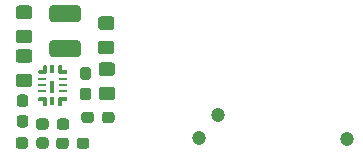
<source format=gbr>
G04 #@! TF.GenerationSoftware,KiCad,Pcbnew,(5.1.9)-1*
G04 #@! TF.CreationDate,2021-08-28T05:16:06+03:00*
G04 #@! TF.ProjectId,BANO3,42414e4f-332e-46b6-9963-61645f706362,0000*
G04 #@! TF.SameCoordinates,Original*
G04 #@! TF.FileFunction,Paste,Top*
G04 #@! TF.FilePolarity,Positive*
%FSLAX46Y46*%
G04 Gerber Fmt 4.6, Leading zero omitted, Abs format (unit mm)*
G04 Created by KiCad (PCBNEW (5.1.9)-1) date 2021-08-28 05:16:06*
%MOMM*%
%LPD*%
G01*
G04 APERTURE LIST*
%ADD10C,0.100000*%
%ADD11R,0.449999X1.100000*%
%ADD12R,0.349999X0.650001*%
%ADD13C,0.244109*%
%ADD14R,0.650001X0.249999*%
%ADD15C,1.200000*%
G04 APERTURE END LIST*
D10*
G36*
X1020006969Y-999230244D02*
G01*
X1020056967Y-999180244D01*
X1020381967Y-999180244D01*
X1020431967Y-999130245D01*
X1020431970Y-998805246D01*
X1020481967Y-998755244D01*
X1020631969Y-998755244D01*
X1020681969Y-998805244D01*
X1020681969Y-999380244D01*
X1020631969Y-999430244D01*
X1020056969Y-999430244D01*
X1020006969Y-999380257D01*
X1020006969Y-999230244D01*
G37*
X1020006969Y-999230244D02*
X1020056967Y-999180244D01*
X1020381967Y-999180244D01*
X1020431967Y-999130245D01*
X1020431970Y-998805246D01*
X1020481967Y-998755244D01*
X1020631969Y-998755244D01*
X1020681969Y-998805244D01*
X1020681969Y-999380244D01*
X1020631969Y-999430244D01*
X1020056969Y-999430244D01*
X1020006969Y-999380257D01*
X1020006969Y-999230244D01*
G36*
X1022407000Y-1001530235D02*
G01*
X1022406998Y-1001680234D01*
X1022357000Y-1001730234D01*
X1022032000Y-1001730234D01*
X1021982000Y-1001780234D01*
X1021982000Y-1002105235D01*
X1021932000Y-1002155235D01*
X1021782000Y-1002155235D01*
X1021732000Y-1002105235D01*
X1021732000Y-1001530235D01*
X1021782000Y-1001480235D01*
X1022357000Y-1001480235D01*
X1022407000Y-1001530225D01*
X1022407000Y-1001530235D01*
G37*
X1022407000Y-1001530235D02*
X1022406998Y-1001680234D01*
X1022357000Y-1001730234D01*
X1022032000Y-1001730234D01*
X1021982000Y-1001780234D01*
X1021982000Y-1002105235D01*
X1021932000Y-1002155235D01*
X1021782000Y-1002155235D01*
X1021732000Y-1002105235D01*
X1021732000Y-1001530235D01*
X1021782000Y-1001480235D01*
X1022357000Y-1001480235D01*
X1022407000Y-1001530225D01*
X1022407000Y-1001530235D01*
G36*
X1020632002Y-1002155232D02*
G01*
X1020482003Y-1002155230D01*
X1020432003Y-1002105232D01*
X1020432003Y-1001780232D01*
X1020382003Y-1001730232D01*
X1020057002Y-1001730232D01*
X1020007002Y-1001680232D01*
X1020007002Y-1001530232D01*
X1020057002Y-1001480232D01*
X1020632002Y-1001480232D01*
X1020682002Y-1001530232D01*
X1020682002Y-1002105232D01*
X1020632013Y-1002155232D01*
X1020632002Y-1002155232D01*
G37*
X1020632002Y-1002155232D02*
X1020482003Y-1002155230D01*
X1020432003Y-1002105232D01*
X1020432003Y-1001780232D01*
X1020382003Y-1001730232D01*
X1020057002Y-1001730232D01*
X1020007002Y-1001680232D01*
X1020007002Y-1001530232D01*
X1020057002Y-1001480232D01*
X1020632002Y-1001480232D01*
X1020682002Y-1001530232D01*
X1020682002Y-1002105232D01*
X1020632013Y-1002155232D01*
X1020632002Y-1002155232D01*
G36*
X1021782000Y-998755168D02*
G01*
X1021931997Y-998755170D01*
X1021982000Y-998805168D01*
X1021982000Y-999130168D01*
X1022032000Y-999180168D01*
X1022356998Y-999180168D01*
X1022407000Y-999230168D01*
X1022406998Y-999380168D01*
X1022357000Y-999430168D01*
X1021782000Y-999430168D01*
X1021732000Y-999380168D01*
X1021731998Y-998805168D01*
X1021781990Y-998755168D01*
X1021782000Y-998755168D01*
G37*
X1021782000Y-998755168D02*
X1021931997Y-998755170D01*
X1021982000Y-998805168D01*
X1021982000Y-999130168D01*
X1022032000Y-999180168D01*
X1022356998Y-999180168D01*
X1022407000Y-999230168D01*
X1022406998Y-999380168D01*
X1022357000Y-999430168D01*
X1021782000Y-999430168D01*
X1021732000Y-999380168D01*
X1021731998Y-998805168D01*
X1021781990Y-998755168D01*
X1021782000Y-998755168D01*
G36*
G01*
X1020896400Y-1003519700D02*
X1020896400Y-1003994700D01*
G75*
G02*
X1020658900Y-1004232200I-237500J0D01*
G01*
X1020083900Y-1004232200D01*
G75*
G02*
X1019846400Y-1003994700I0J237500D01*
G01*
X1019846400Y-1003519700D01*
G75*
G02*
X1020083900Y-1003282200I237500J0D01*
G01*
X1020658900Y-1003282200D01*
G75*
G02*
X1020896400Y-1003519700I0J-237500D01*
G01*
G37*
G36*
G01*
X1022646400Y-1003519700D02*
X1022646400Y-1003994700D01*
G75*
G02*
X1022408900Y-1004232200I-237500J0D01*
G01*
X1021833900Y-1004232200D01*
G75*
G02*
X1021596400Y-1003994700I0J237500D01*
G01*
X1021596400Y-1003519700D01*
G75*
G02*
X1021833900Y-1003282200I237500J0D01*
G01*
X1022408900Y-1003282200D01*
G75*
G02*
X1022646400Y-1003519700I0J-237500D01*
G01*
G37*
G36*
G01*
X1026279801Y-999691400D02*
X1025379799Y-999691400D01*
G75*
G02*
X1025129800Y-999441401I0J249999D01*
G01*
X1025129800Y-998791399D01*
G75*
G02*
X1025379799Y-998541400I249999J0D01*
G01*
X1026279801Y-998541400D01*
G75*
G02*
X1026529800Y-998791399I0J-249999D01*
G01*
X1026529800Y-999441401D01*
G75*
G02*
X1026279801Y-999691400I-249999J0D01*
G01*
G37*
G36*
G01*
X1026279801Y-1001741400D02*
X1025379799Y-1001741400D01*
G75*
G02*
X1025129800Y-1001491401I0J249999D01*
G01*
X1025129800Y-1000841399D01*
G75*
G02*
X1025379799Y-1000591400I249999J0D01*
G01*
X1026279801Y-1000591400D01*
G75*
G02*
X1026529800Y-1000841399I0J-249999D01*
G01*
X1026529800Y-1001491401D01*
G75*
G02*
X1026279801Y-1001741400I-249999J0D01*
G01*
G37*
G36*
G01*
X1025328999Y-996697800D02*
X1026229001Y-996697800D01*
G75*
G02*
X1026479000Y-996947799I0J-249999D01*
G01*
X1026479000Y-997597801D01*
G75*
G02*
X1026229001Y-997847800I-249999J0D01*
G01*
X1025328999Y-997847800D01*
G75*
G02*
X1025079000Y-997597801I0J249999D01*
G01*
X1025079000Y-996947799D01*
G75*
G02*
X1025328999Y-996697800I249999J0D01*
G01*
G37*
G36*
G01*
X1025328999Y-994647800D02*
X1026229001Y-994647800D01*
G75*
G02*
X1026479000Y-994897799I0J-249999D01*
G01*
X1026479000Y-995547801D01*
G75*
G02*
X1026229001Y-995797800I-249999J0D01*
G01*
X1025328999Y-995797800D01*
G75*
G02*
X1025079000Y-995547801I0J249999D01*
G01*
X1025079000Y-994897799D01*
G75*
G02*
X1025328999Y-994647800I249999J0D01*
G01*
G37*
G36*
G01*
X1018369399Y-995765400D02*
X1019269401Y-995765400D01*
G75*
G02*
X1019519400Y-996015399I0J-249999D01*
G01*
X1019519400Y-996665401D01*
G75*
G02*
X1019269401Y-996915400I-249999J0D01*
G01*
X1018369399Y-996915400D01*
G75*
G02*
X1018119400Y-996665401I0J249999D01*
G01*
X1018119400Y-996015399D01*
G75*
G02*
X1018369399Y-995765400I249999J0D01*
G01*
G37*
G36*
G01*
X1018369399Y-993715400D02*
X1019269401Y-993715400D01*
G75*
G02*
X1019519400Y-993965399I0J-249999D01*
G01*
X1019519400Y-994615401D01*
G75*
G02*
X1019269401Y-994865400I-249999J0D01*
G01*
X1018369399Y-994865400D01*
G75*
G02*
X1018119400Y-994615401I0J249999D01*
G01*
X1018119400Y-993965399D01*
G75*
G02*
X1018369399Y-993715400I249999J0D01*
G01*
G37*
D11*
X1021207000Y-1000655200D03*
D12*
X1021207000Y-999080199D03*
D13*
X1021900748Y-999261418D03*
D14*
X1022082000Y-999955201D03*
X1022082000Y-1000455200D03*
X1022082000Y-1000955199D03*
D13*
X1021900750Y-1001648985D03*
D12*
X1021207000Y-1001830201D03*
D13*
X1020513252Y-1001648982D03*
D14*
X1020332000Y-1000955199D03*
X1020332000Y-1000455200D03*
X1020332000Y-999955201D03*
D13*
X1020513219Y-999261494D03*
G36*
G01*
X1024263900Y-999992200D02*
X1023788900Y-999992200D01*
G75*
G02*
X1023551400Y-999754700I0J237500D01*
G01*
X1023551400Y-999179700D01*
G75*
G02*
X1023788900Y-998942200I237500J0D01*
G01*
X1024263900Y-998942200D01*
G75*
G02*
X1024501400Y-999179700I0J-237500D01*
G01*
X1024501400Y-999754700D01*
G75*
G02*
X1024263900Y-999992200I-237500J0D01*
G01*
G37*
G36*
G01*
X1024263900Y-1001742200D02*
X1023788900Y-1001742200D01*
G75*
G02*
X1023551400Y-1001504700I0J237500D01*
G01*
X1023551400Y-1000929700D01*
G75*
G02*
X1023788900Y-1000692200I237500J0D01*
G01*
X1024263900Y-1000692200D01*
G75*
G02*
X1024501400Y-1000929700I0J-237500D01*
G01*
X1024501400Y-1001504700D01*
G75*
G02*
X1024263900Y-1001742200I-237500J0D01*
G01*
G37*
G36*
G01*
X1023681800Y-1003435900D02*
X1023681800Y-1002960900D01*
G75*
G02*
X1023919300Y-1002723400I237500J0D01*
G01*
X1024494300Y-1002723400D01*
G75*
G02*
X1024731800Y-1002960900I0J-237500D01*
G01*
X1024731800Y-1003435900D01*
G75*
G02*
X1024494300Y-1003673400I-237500J0D01*
G01*
X1023919300Y-1003673400D01*
G75*
G02*
X1023681800Y-1003435900I0J237500D01*
G01*
G37*
G36*
G01*
X1025431800Y-1003435900D02*
X1025431800Y-1002960900D01*
G75*
G02*
X1025669300Y-1002723400I237500J0D01*
G01*
X1026244300Y-1002723400D01*
G75*
G02*
X1026481800Y-1002960900I0J-237500D01*
G01*
X1026481800Y-1003435900D01*
G75*
G02*
X1026244300Y-1003673400I-237500J0D01*
G01*
X1025669300Y-1003673400D01*
G75*
G02*
X1025431800Y-1003435900I0J237500D01*
G01*
G37*
G36*
G01*
X1018454900Y-1001251000D02*
X1018929900Y-1001251000D01*
G75*
G02*
X1019167400Y-1001488500I0J-237500D01*
G01*
X1019167400Y-1002063500D01*
G75*
G02*
X1018929900Y-1002301000I-237500J0D01*
G01*
X1018454900Y-1002301000D01*
G75*
G02*
X1018217400Y-1002063500I0J237500D01*
G01*
X1018217400Y-1001488500D01*
G75*
G02*
X1018454900Y-1001251000I237500J0D01*
G01*
G37*
G36*
G01*
X1018454900Y-1003001000D02*
X1018929900Y-1003001000D01*
G75*
G02*
X1019167400Y-1003238500I0J-237500D01*
G01*
X1019167400Y-1003813500D01*
G75*
G02*
X1018929900Y-1004051000I-237500J0D01*
G01*
X1018454900Y-1004051000D01*
G75*
G02*
X1018217400Y-1003813500I0J237500D01*
G01*
X1018217400Y-1003238500D01*
G75*
G02*
X1018454900Y-1003001000I237500J0D01*
G01*
G37*
G36*
G01*
X1022595600Y-1005145300D02*
X1022595600Y-1005620300D01*
G75*
G02*
X1022358100Y-1005857800I-237500J0D01*
G01*
X1021783100Y-1005857800D01*
G75*
G02*
X1021545600Y-1005620300I0J237500D01*
G01*
X1021545600Y-1005145300D01*
G75*
G02*
X1021783100Y-1004907800I237500J0D01*
G01*
X1022358100Y-1004907800D01*
G75*
G02*
X1022595600Y-1005145300I0J-237500D01*
G01*
G37*
G36*
G01*
X1024345600Y-1005145300D02*
X1024345600Y-1005620300D01*
G75*
G02*
X1024108100Y-1005857800I-237500J0D01*
G01*
X1023533100Y-1005857800D01*
G75*
G02*
X1023295600Y-1005620300I0J237500D01*
G01*
X1023295600Y-1005145300D01*
G75*
G02*
X1023533100Y-1004907800I237500J0D01*
G01*
X1024108100Y-1004907800D01*
G75*
G02*
X1024345600Y-1005145300I0J-237500D01*
G01*
G37*
G36*
G01*
X1020916600Y-1005119900D02*
X1020916600Y-1005594900D01*
G75*
G02*
X1020679100Y-1005832400I-237500J0D01*
G01*
X1020104100Y-1005832400D01*
G75*
G02*
X1019866600Y-1005594900I0J237500D01*
G01*
X1019866600Y-1005119900D01*
G75*
G02*
X1020104100Y-1004882400I237500J0D01*
G01*
X1020679100Y-1004882400D01*
G75*
G02*
X1020916600Y-1005119900I0J-237500D01*
G01*
G37*
G36*
G01*
X1019166600Y-1005119900D02*
X1019166600Y-1005594900D01*
G75*
G02*
X1018929100Y-1005832400I-237500J0D01*
G01*
X1018354100Y-1005832400D01*
G75*
G02*
X1018116600Y-1005594900I0J237500D01*
G01*
X1018116600Y-1005119900D01*
G75*
G02*
X1018354100Y-1004882400I237500J0D01*
G01*
X1018929100Y-1004882400D01*
G75*
G02*
X1019166600Y-1005119900I0J-237500D01*
G01*
G37*
G36*
G01*
X1023374200Y-998094300D02*
X1021224200Y-998094300D01*
G75*
G02*
X1020974200Y-997844300I0J250000D01*
G01*
X1020974200Y-996919300D01*
G75*
G02*
X1021224200Y-996669300I250000J0D01*
G01*
X1023374200Y-996669300D01*
G75*
G02*
X1023624200Y-996919300I0J-250000D01*
G01*
X1023624200Y-997844300D01*
G75*
G02*
X1023374200Y-998094300I-250000J0D01*
G01*
G37*
G36*
G01*
X1023374200Y-995119300D02*
X1021224200Y-995119300D01*
G75*
G02*
X1020974200Y-994869300I0J250000D01*
G01*
X1020974200Y-993944300D01*
G75*
G02*
X1021224200Y-993694300I250000J0D01*
G01*
X1023374200Y-993694300D01*
G75*
G02*
X1023624200Y-993944300I0J-250000D01*
G01*
X1023624200Y-994869300D01*
G75*
G02*
X1023374200Y-995119300I-250000J0D01*
G01*
G37*
D15*
X1035278600Y-1002969800D03*
X1046175200Y-1005001800D03*
X1033603800Y-1004944400D03*
G36*
G01*
X1018369399Y-997432800D02*
X1019269401Y-997432800D01*
G75*
G02*
X1019519400Y-997682799I0J-249999D01*
G01*
X1019519400Y-998332801D01*
G75*
G02*
X1019269401Y-998582800I-249999J0D01*
G01*
X1018369399Y-998582800D01*
G75*
G02*
X1018119400Y-998332801I0J249999D01*
G01*
X1018119400Y-997682799D01*
G75*
G02*
X1018369399Y-997432800I249999J0D01*
G01*
G37*
G36*
G01*
X1018368950Y-999482800D02*
X1019269850Y-999482800D01*
G75*
G02*
X1019519400Y-999732350I0J-249550D01*
G01*
X1019519400Y-1000383250D01*
G75*
G02*
X1019269850Y-1000632800I-249550J0D01*
G01*
X1018368950Y-1000632800D01*
G75*
G02*
X1018119400Y-1000383250I0J249550D01*
G01*
X1018119400Y-999732350D01*
G75*
G02*
X1018368950Y-999482800I249550J0D01*
G01*
G37*
M02*

</source>
